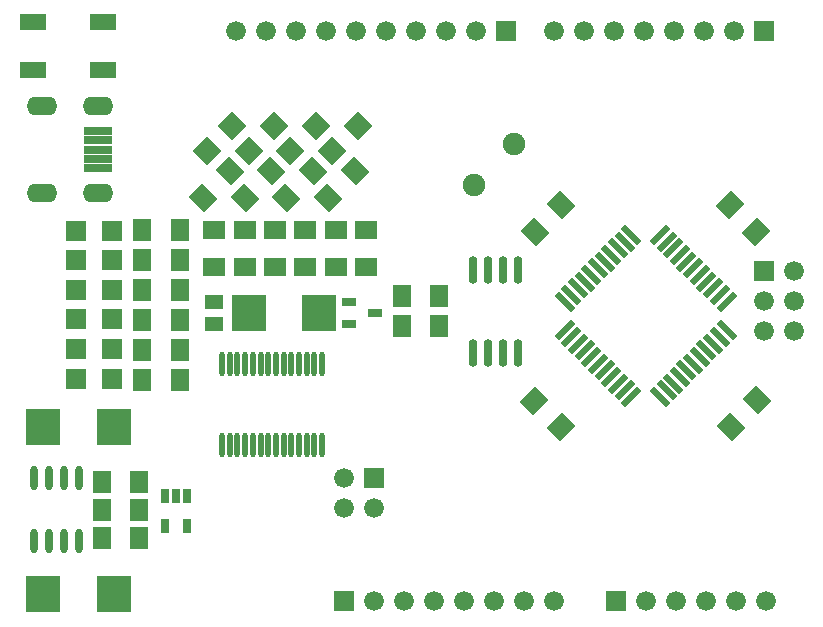
<source format=gts>
G04 Layer: TopSolderMaskLayer*
G04 EasyEDA v6.5.51, 2025-11-10 16:22:34*
G04 edf426586456471d89c25727c5112f57,c2dd228c5626426dab0286b5437c322d,10*
G04 Gerber Generator version 0.2*
G04 Scale: 100 percent, Rotated: No, Reflected: No *
G04 Dimensions in inches *
G04 leading zeros omitted , absolute positions ,3 integer and 6 decimal *
%FSLAX36Y36*%
%MOIN*%

%AMMACRO1*4,1,8,0.0026,-0.0467,-0.0467,0.0026,-0.0467,0.0042,-0.0042,0.0467,-0.0026,0.0467,0.0467,-0.0026,0.0467,-0.0042,0.0042,-0.0467,0.0026,-0.0467,0*%
%AMMACRO2*4,1,8,-0.0013,-0.047,-0.047,-0.0013,-0.047,0.0003,-0.0003,0.047,0.0013,0.047,0.047,0.0013,0.047,-0.0003,0.0003,-0.047,-0.0013,-0.047,0*%
%AMMACRO3*4,1,8,-0.0559,-0.0612,-0.0571,-0.0601,-0.0571,0.0601,-0.0559,0.0612,0.0559,0.0612,0.0571,0.0601,0.0571,-0.0601,0.0559,-0.0612,-0.0559,-0.0612,0*%
%AMMACRO4*4,1,8,-0.0301,-0.036,-0.0312,-0.0348,-0.0312,0.0348,-0.0301,0.036,0.0301,0.036,0.0312,0.0348,0.0312,-0.0348,0.0301,-0.036,-0.0301,-0.036,0*%
%AMMACRO5*4,1,8,-0.0348,-0.0312,-0.036,-0.0301,-0.036,0.0301,-0.0348,0.0312,0.0348,0.0312,0.036,0.0301,0.036,-0.0301,0.0348,-0.0312,-0.0348,-0.0312,0*%
%AMMACRO6*4,1,8,-0.0042,-0.0467,-0.0467,-0.0042,-0.0467,-0.0026,0.0026,0.0467,0.0042,0.0467,0.0467,0.0042,0.0467,0.0026,-0.0026,-0.0467,-0.0042,-0.0467,0*%
%AMMACRO7*4,1,8,-0.0318,-0.033,-0.033,-0.0318,-0.033,0.0318,-0.0318,0.033,0.0318,0.033,0.033,0.0318,0.033,-0.0318,0.0318,-0.033,-0.0318,-0.033,0*%
%AMMACRO8*4,1,8,-0.0422,-0.0256,-0.0433,-0.0244,-0.0433,0.0245,-0.0422,0.0256,0.0422,0.0256,0.0433,0.0245,0.0433,-0.0244,0.0422,-0.0256,-0.0422,-0.0256,0*%
%AMMACRO9*4,1,8,0.0201,-0.034,-0.034,0.0201,-0.034,0.0217,-0.0217,0.034,-0.0201,0.034,0.034,-0.0201,0.034,-0.0217,0.0217,-0.034,0.0201,-0.034,0*%
%AMMACRO10*4,1,8,-0.0217,-0.034,-0.034,-0.0217,-0.034,-0.0201,0.0201,0.034,0.0217,0.034,0.034,0.0217,0.034,0.0201,-0.0201,-0.034,-0.0217,-0.034,0*%
%AMMACRO11*4,1,8,-0.0461,-0.0118,-0.0473,-0.0107,-0.0473,0.0107,-0.0461,0.0118,0.0461,0.0118,0.0473,0.0107,0.0473,-0.0107,0.0461,-0.0118,-0.0461,-0.0118,0*%
%AMMACRO12*4,1,8,-0.033,-0.0335,-0.0342,-0.0323,-0.0342,0.0323,-0.033,0.0335,0.033,0.0335,0.0342,0.0323,0.0342,-0.0323,0.033,-0.0335,-0.033,-0.0335,0*%
%AMMACRO13*4,1,8,-0.0126,-0.0237,-0.0138,-0.0225,-0.0138,0.0225,-0.0126,0.0237,0.0126,0.0237,0.0138,0.0225,0.0138,-0.0225,0.0126,-0.0237,-0.0126,-0.0237,0*%
%AMMACRO14*4,1,8,-0.0279,-0.0243,-0.0291,-0.0231,-0.0291,0.0231,-0.0279,0.0243,0.0279,0.0243,0.0291,0.0231,0.0291,-0.0231,0.0279,-0.0243,-0.0279,-0.0243,0*%
%AMMACRO15*4,1,8,-0.0213,-0.0125,-0.0224,-0.0113,-0.0224,0.0113,-0.0213,0.0125,0.0213,0.0125,0.0224,0.0113,0.0224,-0.0113,0.0213,-0.0125,-0.0213,-0.0125,0*%
%ADD10MACRO1*%
%ADD11MACRO2*%
%ADD12MACRO3*%
%ADD13MACRO4*%
%ADD14MACRO5*%
%ADD15MACRO6*%
%ADD16C,0.0114*%
%ADD17MACRO7*%
%ADD18C,0.0660*%
%ADD19MACRO8*%
%ADD20O,0.028803X0.092583*%
%ADD21MACRO9*%
%ADD22MACRO10*%
%ADD23MACRO11*%
%ADD24O,0.102425X0.063055*%
%ADD25MACRO12*%
%ADD26MACRO13*%
%ADD27O,0.018331X0.08335*%
%ADD28O,0.026378X0.08078*%
%ADD29MACRO14*%
%ADD30MACRO15*%
%ADD31C,0.0749*%

%LPD*%
D10*
G01*
X1047664Y1444667D03*
G01*
X1136332Y1533334D03*
G01*
X907665Y1444667D03*
G01*
X996332Y1533333D03*
D11*
G01*
X1060756Y1598756D03*
G01*
X1145241Y1683241D03*
G01*
X920756Y1598758D03*
G01*
X1005241Y1683243D03*
D10*
G01*
X629665Y1444672D03*
G01*
X718333Y1533338D03*
G01*
X768667Y1444669D03*
G01*
X857334Y1533336D03*
D11*
G01*
X642756Y1598758D03*
G01*
X727241Y1683243D03*
G01*
X781757Y1598758D03*
G01*
X866242Y1683243D03*
D12*
G01*
X781889Y1060000D03*
G01*
X1018110Y1060000D03*
D13*
G01*
X292303Y403699D03*
G01*
X417696Y403699D03*
G01*
X292303Y497400D03*
G01*
X417696Y497400D03*
D12*
G01*
X333110Y124499D03*
G01*
X96889Y124499D03*
D13*
G01*
X292303Y310000D03*
G01*
X417696Y310000D03*
D14*
G01*
X668000Y1212303D03*
G01*
X668000Y1337696D03*
G01*
X769018Y1212303D03*
G01*
X769018Y1337696D03*
G01*
X1173100Y1212303D03*
G01*
X1173100Y1337696D03*
D12*
G01*
X333110Y679499D03*
G01*
X96889Y679499D03*
D10*
G01*
X1735666Y1330667D03*
G01*
X1824333Y1419334D03*
D15*
G01*
X1823333Y678667D03*
G01*
X1734665Y767333D03*
D10*
G01*
X2477332Y769334D03*
G01*
X2388665Y680667D03*
D15*
G01*
X2385666Y1419334D03*
G01*
X2474333Y1330667D03*
D17*
G01*
X1100000Y100000D03*
D18*
G01*
X1200000Y100000D03*
G01*
X1300000Y100000D03*
G01*
X1400000Y100000D03*
G01*
X1500000Y100000D03*
G01*
X1600000Y100000D03*
G01*
X1700000Y100000D03*
G01*
X1800000Y100000D03*
G01*
X740000Y2000000D03*
G01*
X840000Y2000000D03*
G01*
X940000Y2000000D03*
G01*
X1040000Y2000000D03*
G01*
X1140000Y2000000D03*
G01*
X1240000Y2000000D03*
G01*
X1340000Y2000000D03*
G01*
X1440000Y2000000D03*
G01*
X1540000Y2000000D03*
D17*
G01*
X1640000Y2000000D03*
D18*
G01*
X2505000Y100000D03*
G01*
X2405000Y100000D03*
G01*
X2305000Y100000D03*
G01*
X2205000Y100000D03*
G01*
X2105000Y100000D03*
D17*
G01*
X2005000Y100000D03*
D18*
G01*
X2600000Y1000000D03*
G01*
X2500000Y1000000D03*
G01*
X2600000Y1100000D03*
G01*
X2500000Y1100000D03*
G01*
X2600000Y1200000D03*
D17*
G01*
X2500000Y1200000D03*
G01*
X1200000Y510000D03*
D18*
G01*
X1200000Y410000D03*
G01*
X1100000Y510000D03*
G01*
X1100000Y410000D03*
D13*
G01*
X1417696Y1115500D03*
G01*
X1292303Y1115500D03*
G01*
X1417696Y1015500D03*
G01*
X1292303Y1015500D03*
D14*
G01*
X870037Y1337696D03*
G01*
X870037Y1212303D03*
D13*
G01*
X552997Y1136399D03*
G01*
X427602Y1136399D03*
G01*
X552997Y1036399D03*
G01*
X427602Y1036399D03*
G01*
X552997Y936399D03*
G01*
X427602Y936399D03*
G01*
X552997Y836399D03*
G01*
X427602Y836399D03*
D14*
G01*
X1072080Y1337696D03*
G01*
X1072080Y1212303D03*
D19*
G01*
X298110Y1871259D03*
G01*
X61890Y1871259D03*
G01*
X298110Y2028740D03*
G01*
X61890Y2028740D03*
D20*
G01*
X1530000Y926019D03*
G01*
X1580000Y926019D03*
G01*
X1630000Y926019D03*
G01*
X1680000Y926019D03*
G01*
X1530000Y1203980D03*
G01*
X1580000Y1203980D03*
G01*
X1630000Y1203980D03*
G01*
X1680000Y1203980D03*
D21*
G01*
X2152375Y779885D03*
G01*
X2175003Y802513D03*
G01*
X2196923Y824433D03*
G01*
X2219551Y847061D03*
G01*
X2241471Y868981D03*
G01*
X2264098Y891608D03*
G01*
X2286019Y913529D03*
G01*
X2307939Y935449D03*
G01*
X2330566Y958077D03*
G01*
X2352487Y979997D03*
G01*
X2375113Y1002623D03*
D22*
G01*
X2375113Y1097376D03*
G01*
X2352487Y1120004D03*
G01*
X2330566Y1141924D03*
G01*
X2307939Y1164552D03*
G01*
X2286019Y1186472D03*
G01*
X2263391Y1209099D03*
G01*
X2241471Y1231020D03*
G01*
X2219551Y1252940D03*
G01*
X2196923Y1275567D03*
G01*
X2175003Y1297488D03*
G01*
X2152375Y1320114D03*
D21*
G01*
X2057622Y1320114D03*
G01*
X2034996Y1297488D03*
G01*
X2013076Y1275567D03*
G01*
X1990448Y1252940D03*
G01*
X1968528Y1231020D03*
G01*
X1946607Y1209099D03*
G01*
X1923980Y1186472D03*
G01*
X1902060Y1164552D03*
G01*
X1879432Y1141924D03*
G01*
X1857512Y1120004D03*
G01*
X1834884Y1097376D03*
D22*
G01*
X1834884Y1002623D03*
G01*
X1857512Y979997D03*
G01*
X1879432Y958077D03*
G01*
X1902060Y935449D03*
G01*
X1923980Y913529D03*
G01*
X1945900Y891608D03*
G01*
X1968528Y868981D03*
G01*
X1990448Y847061D03*
G01*
X2013076Y824433D03*
G01*
X2034996Y802513D03*
G01*
X2057622Y779885D03*
D23*
G01*
X278556Y1667949D03*
G01*
X278556Y1636453D03*
G01*
X278556Y1604957D03*
G01*
X278556Y1573461D03*
G01*
X278556Y1541965D03*
D24*
G01*
X278555Y1750625D03*
G01*
X91545Y1750625D03*
G01*
X91545Y1459284D03*
G01*
X278555Y1459284D03*
D25*
G01*
X325040Y1235799D03*
G01*
X205559Y1235799D03*
G01*
X325040Y1334299D03*
G01*
X205559Y1334299D03*
D26*
G01*
X577415Y348804D03*
G01*
X502615Y348804D03*
G01*
X502615Y451175D03*
G01*
X540014Y451175D03*
G01*
X577415Y451175D03*
D27*
G01*
X693659Y618969D03*
G01*
X719250Y618969D03*
G01*
X744839Y618969D03*
G01*
X770430Y618969D03*
G01*
X796019Y618969D03*
G01*
X821610Y618969D03*
G01*
X847209Y618969D03*
G01*
X872799Y618969D03*
G01*
X898389Y618969D03*
G01*
X923980Y618969D03*
G01*
X949570Y618969D03*
G01*
X975159Y618969D03*
G01*
X1000749Y618969D03*
G01*
X1026340Y618969D03*
G01*
X693659Y891030D03*
G01*
X719250Y891030D03*
G01*
X744839Y891030D03*
G01*
X770430Y891030D03*
G01*
X796019Y891030D03*
G01*
X821610Y891030D03*
G01*
X847209Y891030D03*
G01*
X872799Y891030D03*
G01*
X898389Y891030D03*
G01*
X923980Y891030D03*
G01*
X949570Y891030D03*
G01*
X975159Y891030D03*
G01*
X1000749Y891030D03*
G01*
X1026340Y891030D03*
D25*
G01*
X325040Y1137199D03*
G01*
X205559Y1137199D03*
G01*
X325040Y1038600D03*
G01*
X205559Y1038600D03*
G01*
X325040Y940000D03*
G01*
X205559Y940000D03*
G01*
X325040Y841399D03*
G01*
X205559Y841399D03*
D28*
G01*
X65199Y298499D03*
G01*
X115199Y298499D03*
G01*
X165199Y298499D03*
G01*
X215199Y298499D03*
G01*
X65199Y511500D03*
G01*
X115199Y511500D03*
G01*
X165199Y511500D03*
G01*
X215199Y511500D03*
D14*
G01*
X971060Y1337696D03*
G01*
X971060Y1212303D03*
D13*
G01*
X552977Y1236413D03*
G01*
X427584Y1236413D03*
G01*
X552977Y1336413D03*
G01*
X427584Y1336413D03*
D17*
G01*
X2500000Y2000000D03*
D18*
G01*
X2400000Y2000000D03*
G01*
X2300000Y2000000D03*
G01*
X2200000Y2000000D03*
G01*
X2100000Y2000000D03*
G01*
X2000000Y2000000D03*
G01*
X1900000Y2000000D03*
G01*
X1800000Y2000000D03*
D29*
G01*
X664978Y1021957D03*
G01*
X664978Y1098042D03*
D30*
G01*
X1116643Y1097401D03*
G01*
X1116643Y1022598D03*
G01*
X1203356Y1060000D03*
D31*
G01*
X1532075Y1487074D03*
G01*
X1667924Y1622925D03*
M02*

</source>
